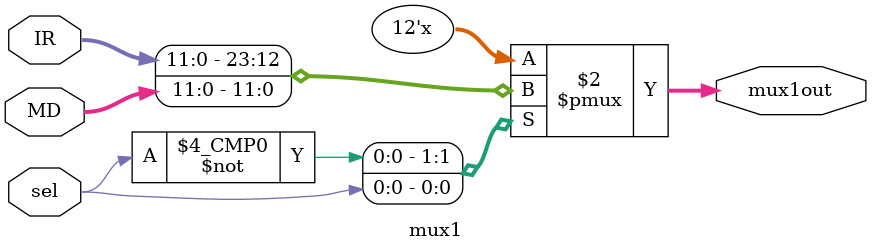
<source format=v>
`timescale 1ns / 1ps
module mux1(
input [11:0] MD,
input [11:0] IR,
input sel,
output reg[11:0] mux1out
    );

always @ (MD or IR or sel)
	case (sel)
		0: mux1out = IR;
		1: mux1out = MD;
	endcase
endmodule

</source>
